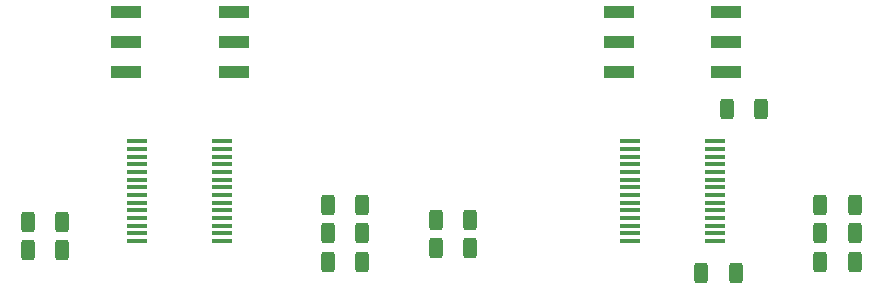
<source format=gbr>
%TF.GenerationSoftware,KiCad,Pcbnew,7.0.8*%
%TF.CreationDate,2023-12-07T20:57:20+01:00*%
%TF.ProjectId,MAIN,4d41494e-2e6b-4696-9361-645f70636258,rev?*%
%TF.SameCoordinates,Original*%
%TF.FileFunction,Paste,Top*%
%TF.FilePolarity,Positive*%
%FSLAX46Y46*%
G04 Gerber Fmt 4.6, Leading zero omitted, Abs format (unit mm)*
G04 Created by KiCad (PCBNEW 7.0.8) date 2023-12-07 20:57:20*
%MOMM*%
%LPD*%
G01*
G04 APERTURE LIST*
G04 Aperture macros list*
%AMRoundRect*
0 Rectangle with rounded corners*
0 $1 Rounding radius*
0 $2 $3 $4 $5 $6 $7 $8 $9 X,Y pos of 4 corners*
0 Add a 4 corners polygon primitive as box body*
4,1,4,$2,$3,$4,$5,$6,$7,$8,$9,$2,$3,0*
0 Add four circle primitives for the rounded corners*
1,1,$1+$1,$2,$3*
1,1,$1+$1,$4,$5*
1,1,$1+$1,$6,$7*
1,1,$1+$1,$8,$9*
0 Add four rect primitives between the rounded corners*
20,1,$1+$1,$2,$3,$4,$5,0*
20,1,$1+$1,$4,$5,$6,$7,0*
20,1,$1+$1,$6,$7,$8,$9,0*
20,1,$1+$1,$8,$9,$2,$3,0*%
G04 Aperture macros list end*
%ADD10RoundRect,0.250000X0.312500X0.625000X-0.312500X0.625000X-0.312500X-0.625000X0.312500X-0.625000X0*%
%ADD11RoundRect,0.250000X-0.312500X-0.625000X0.312500X-0.625000X0.312500X0.625000X-0.312500X0.625000X0*%
%ADD12R,2.500000X1.000000*%
%ADD13R,1.750000X0.450000*%
G04 APERTURE END LIST*
D10*
%TO.C,R9*%
X143712500Y-124900000D03*
X140787500Y-124900000D03*
%TD*%
D11*
%TO.C,R11*%
X151632500Y-137868735D03*
X148707500Y-137868735D03*
%TD*%
D12*
%TO.C,S1*%
X131650000Y-116760000D03*
X131650000Y-119300000D03*
X131650000Y-121840000D03*
X140750000Y-121840000D03*
X140750000Y-119300000D03*
X140750000Y-116760000D03*
%TD*%
D10*
%TO.C,R1*%
X119092500Y-136740000D03*
X116167500Y-136740000D03*
%TD*%
%TO.C,R2*%
X119092500Y-134340000D03*
X116167500Y-134340000D03*
%TD*%
D11*
%TO.C,R12*%
X151632500Y-135468735D03*
X148707500Y-135468735D03*
%TD*%
D13*
%TO.C,U2*%
X132600000Y-127675000D03*
X132600000Y-128325000D03*
X132600000Y-128975000D03*
X132600000Y-129625000D03*
X132600000Y-130275000D03*
X132600000Y-130925000D03*
X132600000Y-131575000D03*
X132600000Y-132225000D03*
X132600000Y-132875000D03*
X132600000Y-133525000D03*
X132600000Y-134175000D03*
X132600000Y-134825000D03*
X132600000Y-135475000D03*
X132600000Y-136125000D03*
X139800000Y-136125000D03*
X139800000Y-135475000D03*
X139800000Y-134825000D03*
X139800000Y-134175000D03*
X139800000Y-133525000D03*
X139800000Y-132875000D03*
X139800000Y-132225000D03*
X139800000Y-131575000D03*
X139800000Y-130925000D03*
X139800000Y-130275000D03*
X139800000Y-129625000D03*
X139800000Y-128975000D03*
X139800000Y-128325000D03*
X139800000Y-127675000D03*
%TD*%
D11*
%TO.C,R13*%
X151632500Y-133068735D03*
X148707500Y-133068735D03*
%TD*%
%TO.C,R5*%
X107007500Y-137868735D03*
X109932500Y-137868735D03*
%TD*%
D10*
%TO.C,R18*%
X141562500Y-138800000D03*
X138637500Y-138800000D03*
%TD*%
%TO.C,R3*%
X84532500Y-136900000D03*
X81607500Y-136900000D03*
%TD*%
D11*
%TO.C,R7*%
X107007500Y-133068735D03*
X109932500Y-133068735D03*
%TD*%
%TO.C,R6*%
X107007500Y-135468735D03*
X109932500Y-135468735D03*
%TD*%
D12*
%TO.C,S2*%
X89950000Y-116760000D03*
X89950000Y-119300000D03*
X89950000Y-121840000D03*
X99050000Y-121840000D03*
X99050000Y-119300000D03*
X99050000Y-116760000D03*
%TD*%
D13*
%TO.C,U3*%
X90900000Y-127675000D03*
X90900000Y-128325000D03*
X90900000Y-128975000D03*
X90900000Y-129625000D03*
X90900000Y-130275000D03*
X90900000Y-130925000D03*
X90900000Y-131575000D03*
X90900000Y-132225000D03*
X90900000Y-132875000D03*
X90900000Y-133525000D03*
X90900000Y-134175000D03*
X90900000Y-134825000D03*
X90900000Y-135475000D03*
X90900000Y-136125000D03*
X98100000Y-136125000D03*
X98100000Y-135475000D03*
X98100000Y-134825000D03*
X98100000Y-134175000D03*
X98100000Y-133525000D03*
X98100000Y-132875000D03*
X98100000Y-132225000D03*
X98100000Y-131575000D03*
X98100000Y-130925000D03*
X98100000Y-130275000D03*
X98100000Y-129625000D03*
X98100000Y-128975000D03*
X98100000Y-128325000D03*
X98100000Y-127675000D03*
%TD*%
D10*
%TO.C,R4*%
X84532500Y-134500000D03*
X81607500Y-134500000D03*
%TD*%
M02*

</source>
